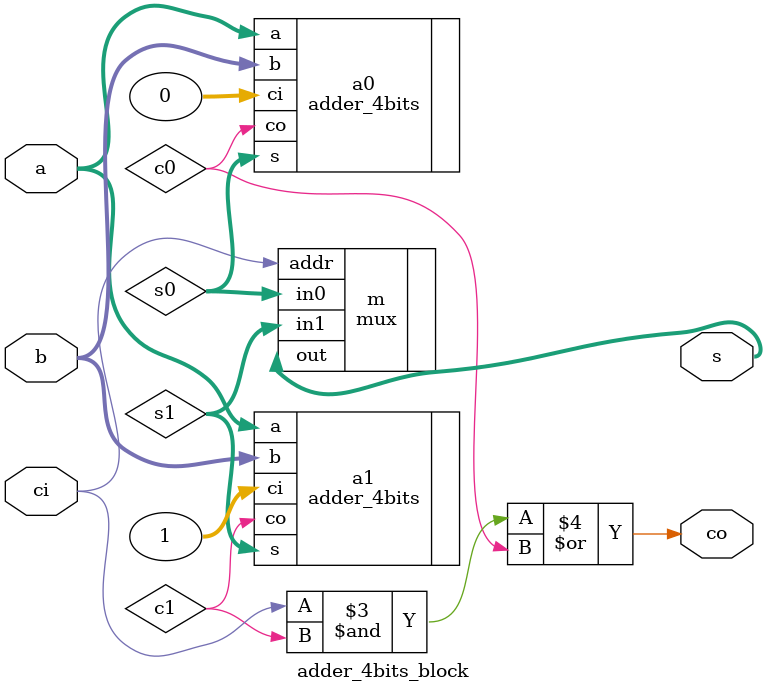
<source format=v>
module adder_4bits_block(a, b, ci, s, co);
	input [3:0] a, b; // 输入的四位二进制数
	input ci; // 低位进位
	output [3:0] s; // 计算的和
	output co; // 输出进位
	wire [3:0] s0, s1; // 保存两个加法器的计算结果
	wire c0, c1; // 保存两个加法器的进位
	
	adder_4bits a0(.a(a), .b(b), .ci(0), .s(s0), .co(c0)); // 进位输入为0
	adder_4bits a1(.a(a), .b(b), .ci(1), .s(s1), .co(c1)); // 进位输入为1
	mux m(.in0(s0), .in1(s1), .addr(ci), .out(s)); // 根据低位进位选择输出
	assign co = (ci & c1) | c0; // 进位输出
endmodule
</source>
